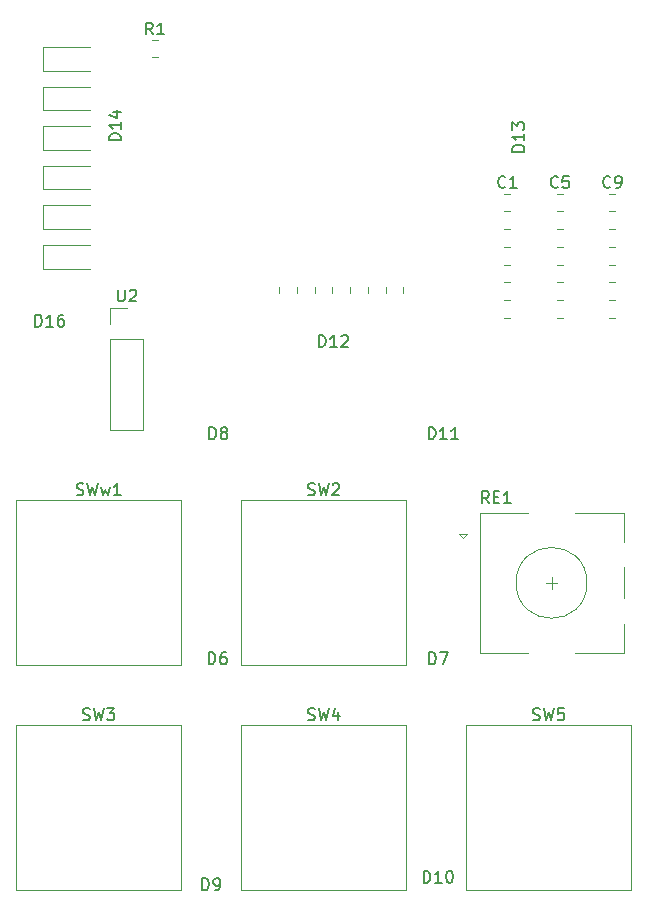
<source format=gbr>
%TF.GenerationSoftware,KiCad,Pcbnew,9.0.7*%
%TF.CreationDate,2026-01-22T22:05:33-06:00*%
%TF.ProjectId,HACK PAD!,4841434b-2050-4414-9421-2e6b69636164,rev?*%
%TF.SameCoordinates,Original*%
%TF.FileFunction,Legend,Top*%
%TF.FilePolarity,Positive*%
%FSLAX46Y46*%
G04 Gerber Fmt 4.6, Leading zero omitted, Abs format (unit mm)*
G04 Created by KiCad (PCBNEW 9.0.7) date 2026-01-22 22:05:33*
%MOMM*%
%LPD*%
G01*
G04 APERTURE LIST*
%ADD10C,0.200000*%
%ADD11C,0.150000*%
%ADD12C,0.120000*%
G04 APERTURE END LIST*
D10*
X39995919Y-38714285D02*
X38995919Y-38714285D01*
X38995919Y-38714285D02*
X38995919Y-38476190D01*
X38995919Y-38476190D02*
X39043538Y-38333333D01*
X39043538Y-38333333D02*
X39138776Y-38238095D01*
X39138776Y-38238095D02*
X39234014Y-38190476D01*
X39234014Y-38190476D02*
X39424490Y-38142857D01*
X39424490Y-38142857D02*
X39567347Y-38142857D01*
X39567347Y-38142857D02*
X39757823Y-38190476D01*
X39757823Y-38190476D02*
X39853061Y-38238095D01*
X39853061Y-38238095D02*
X39948300Y-38333333D01*
X39948300Y-38333333D02*
X39995919Y-38476190D01*
X39995919Y-38476190D02*
X39995919Y-38714285D01*
X39995919Y-37190476D02*
X39995919Y-37761904D01*
X39995919Y-37476190D02*
X38995919Y-37476190D01*
X38995919Y-37476190D02*
X39138776Y-37571428D01*
X39138776Y-37571428D02*
X39234014Y-37666666D01*
X39234014Y-37666666D02*
X39281633Y-37761904D01*
X39329252Y-36333333D02*
X39995919Y-36333333D01*
X38948300Y-36571428D02*
X39662585Y-36809523D01*
X39662585Y-36809523D02*
X39662585Y-36190476D01*
X47486905Y-64027219D02*
X47486905Y-63027219D01*
X47486905Y-63027219D02*
X47725000Y-63027219D01*
X47725000Y-63027219D02*
X47867857Y-63074838D01*
X47867857Y-63074838D02*
X47963095Y-63170076D01*
X47963095Y-63170076D02*
X48010714Y-63265314D01*
X48010714Y-63265314D02*
X48058333Y-63455790D01*
X48058333Y-63455790D02*
X48058333Y-63598647D01*
X48058333Y-63598647D02*
X48010714Y-63789123D01*
X48010714Y-63789123D02*
X47963095Y-63884361D01*
X47963095Y-63884361D02*
X47867857Y-63979600D01*
X47867857Y-63979600D02*
X47725000Y-64027219D01*
X47725000Y-64027219D02*
X47486905Y-64027219D01*
X48629762Y-63455790D02*
X48534524Y-63408171D01*
X48534524Y-63408171D02*
X48486905Y-63360552D01*
X48486905Y-63360552D02*
X48439286Y-63265314D01*
X48439286Y-63265314D02*
X48439286Y-63217695D01*
X48439286Y-63217695D02*
X48486905Y-63122457D01*
X48486905Y-63122457D02*
X48534524Y-63074838D01*
X48534524Y-63074838D02*
X48629762Y-63027219D01*
X48629762Y-63027219D02*
X48820238Y-63027219D01*
X48820238Y-63027219D02*
X48915476Y-63074838D01*
X48915476Y-63074838D02*
X48963095Y-63122457D01*
X48963095Y-63122457D02*
X49010714Y-63217695D01*
X49010714Y-63217695D02*
X49010714Y-63265314D01*
X49010714Y-63265314D02*
X48963095Y-63360552D01*
X48963095Y-63360552D02*
X48915476Y-63408171D01*
X48915476Y-63408171D02*
X48820238Y-63455790D01*
X48820238Y-63455790D02*
X48629762Y-63455790D01*
X48629762Y-63455790D02*
X48534524Y-63503409D01*
X48534524Y-63503409D02*
X48486905Y-63551028D01*
X48486905Y-63551028D02*
X48439286Y-63646266D01*
X48439286Y-63646266D02*
X48439286Y-63836742D01*
X48439286Y-63836742D02*
X48486905Y-63931980D01*
X48486905Y-63931980D02*
X48534524Y-63979600D01*
X48534524Y-63979600D02*
X48629762Y-64027219D01*
X48629762Y-64027219D02*
X48820238Y-64027219D01*
X48820238Y-64027219D02*
X48915476Y-63979600D01*
X48915476Y-63979600D02*
X48963095Y-63931980D01*
X48963095Y-63931980D02*
X49010714Y-63836742D01*
X49010714Y-63836742D02*
X49010714Y-63646266D01*
X49010714Y-63646266D02*
X48963095Y-63551028D01*
X48963095Y-63551028D02*
X48915476Y-63503409D01*
X48915476Y-63503409D02*
X48820238Y-63455790D01*
X66084205Y-83096019D02*
X66084205Y-82096019D01*
X66084205Y-82096019D02*
X66322300Y-82096019D01*
X66322300Y-82096019D02*
X66465157Y-82143638D01*
X66465157Y-82143638D02*
X66560395Y-82238876D01*
X66560395Y-82238876D02*
X66608014Y-82334114D01*
X66608014Y-82334114D02*
X66655633Y-82524590D01*
X66655633Y-82524590D02*
X66655633Y-82667447D01*
X66655633Y-82667447D02*
X66608014Y-82857923D01*
X66608014Y-82857923D02*
X66560395Y-82953161D01*
X66560395Y-82953161D02*
X66465157Y-83048400D01*
X66465157Y-83048400D02*
X66322300Y-83096019D01*
X66322300Y-83096019D02*
X66084205Y-83096019D01*
X66988967Y-82096019D02*
X67655633Y-82096019D01*
X67655633Y-82096019D02*
X67227062Y-83096019D01*
X46871905Y-102212219D02*
X46871905Y-101212219D01*
X46871905Y-101212219D02*
X47110000Y-101212219D01*
X47110000Y-101212219D02*
X47252857Y-101259838D01*
X47252857Y-101259838D02*
X47348095Y-101355076D01*
X47348095Y-101355076D02*
X47395714Y-101450314D01*
X47395714Y-101450314D02*
X47443333Y-101640790D01*
X47443333Y-101640790D02*
X47443333Y-101783647D01*
X47443333Y-101783647D02*
X47395714Y-101974123D01*
X47395714Y-101974123D02*
X47348095Y-102069361D01*
X47348095Y-102069361D02*
X47252857Y-102164600D01*
X47252857Y-102164600D02*
X47110000Y-102212219D01*
X47110000Y-102212219D02*
X46871905Y-102212219D01*
X47919524Y-102212219D02*
X48110000Y-102212219D01*
X48110000Y-102212219D02*
X48205238Y-102164600D01*
X48205238Y-102164600D02*
X48252857Y-102116980D01*
X48252857Y-102116980D02*
X48348095Y-101974123D01*
X48348095Y-101974123D02*
X48395714Y-101783647D01*
X48395714Y-101783647D02*
X48395714Y-101402695D01*
X48395714Y-101402695D02*
X48348095Y-101307457D01*
X48348095Y-101307457D02*
X48300476Y-101259838D01*
X48300476Y-101259838D02*
X48205238Y-101212219D01*
X48205238Y-101212219D02*
X48014762Y-101212219D01*
X48014762Y-101212219D02*
X47919524Y-101259838D01*
X47919524Y-101259838D02*
X47871905Y-101307457D01*
X47871905Y-101307457D02*
X47824286Y-101402695D01*
X47824286Y-101402695D02*
X47824286Y-101640790D01*
X47824286Y-101640790D02*
X47871905Y-101736028D01*
X47871905Y-101736028D02*
X47919524Y-101783647D01*
X47919524Y-101783647D02*
X48014762Y-101831266D01*
X48014762Y-101831266D02*
X48205238Y-101831266D01*
X48205238Y-101831266D02*
X48300476Y-101783647D01*
X48300476Y-101783647D02*
X48348095Y-101736028D01*
X48348095Y-101736028D02*
X48395714Y-101640790D01*
X47421905Y-83078419D02*
X47421905Y-82078419D01*
X47421905Y-82078419D02*
X47660000Y-82078419D01*
X47660000Y-82078419D02*
X47802857Y-82126038D01*
X47802857Y-82126038D02*
X47898095Y-82221276D01*
X47898095Y-82221276D02*
X47945714Y-82316514D01*
X47945714Y-82316514D02*
X47993333Y-82506990D01*
X47993333Y-82506990D02*
X47993333Y-82649847D01*
X47993333Y-82649847D02*
X47945714Y-82840323D01*
X47945714Y-82840323D02*
X47898095Y-82935561D01*
X47898095Y-82935561D02*
X47802857Y-83030800D01*
X47802857Y-83030800D02*
X47660000Y-83078419D01*
X47660000Y-83078419D02*
X47421905Y-83078419D01*
X48850476Y-82078419D02*
X48660000Y-82078419D01*
X48660000Y-82078419D02*
X48564762Y-82126038D01*
X48564762Y-82126038D02*
X48517143Y-82173657D01*
X48517143Y-82173657D02*
X48421905Y-82316514D01*
X48421905Y-82316514D02*
X48374286Y-82506990D01*
X48374286Y-82506990D02*
X48374286Y-82887942D01*
X48374286Y-82887942D02*
X48421905Y-82983180D01*
X48421905Y-82983180D02*
X48469524Y-83030800D01*
X48469524Y-83030800D02*
X48564762Y-83078419D01*
X48564762Y-83078419D02*
X48755238Y-83078419D01*
X48755238Y-83078419D02*
X48850476Y-83030800D01*
X48850476Y-83030800D02*
X48898095Y-82983180D01*
X48898095Y-82983180D02*
X48945714Y-82887942D01*
X48945714Y-82887942D02*
X48945714Y-82649847D01*
X48945714Y-82649847D02*
X48898095Y-82554609D01*
X48898095Y-82554609D02*
X48850476Y-82506990D01*
X48850476Y-82506990D02*
X48755238Y-82459371D01*
X48755238Y-82459371D02*
X48564762Y-82459371D01*
X48564762Y-82459371D02*
X48469524Y-82506990D01*
X48469524Y-82506990D02*
X48421905Y-82554609D01*
X48421905Y-82554609D02*
X48374286Y-82649847D01*
X65625714Y-101582219D02*
X65625714Y-100582219D01*
X65625714Y-100582219D02*
X65863809Y-100582219D01*
X65863809Y-100582219D02*
X66006666Y-100629838D01*
X66006666Y-100629838D02*
X66101904Y-100725076D01*
X66101904Y-100725076D02*
X66149523Y-100820314D01*
X66149523Y-100820314D02*
X66197142Y-101010790D01*
X66197142Y-101010790D02*
X66197142Y-101153647D01*
X66197142Y-101153647D02*
X66149523Y-101344123D01*
X66149523Y-101344123D02*
X66101904Y-101439361D01*
X66101904Y-101439361D02*
X66006666Y-101534600D01*
X66006666Y-101534600D02*
X65863809Y-101582219D01*
X65863809Y-101582219D02*
X65625714Y-101582219D01*
X67149523Y-101582219D02*
X66578095Y-101582219D01*
X66863809Y-101582219D02*
X66863809Y-100582219D01*
X66863809Y-100582219D02*
X66768571Y-100725076D01*
X66768571Y-100725076D02*
X66673333Y-100820314D01*
X66673333Y-100820314D02*
X66578095Y-100867933D01*
X67768571Y-100582219D02*
X67863809Y-100582219D01*
X67863809Y-100582219D02*
X67959047Y-100629838D01*
X67959047Y-100629838D02*
X68006666Y-100677457D01*
X68006666Y-100677457D02*
X68054285Y-100772695D01*
X68054285Y-100772695D02*
X68101904Y-100963171D01*
X68101904Y-100963171D02*
X68101904Y-101201266D01*
X68101904Y-101201266D02*
X68054285Y-101391742D01*
X68054285Y-101391742D02*
X68006666Y-101486980D01*
X68006666Y-101486980D02*
X67959047Y-101534600D01*
X67959047Y-101534600D02*
X67863809Y-101582219D01*
X67863809Y-101582219D02*
X67768571Y-101582219D01*
X67768571Y-101582219D02*
X67673333Y-101534600D01*
X67673333Y-101534600D02*
X67625714Y-101486980D01*
X67625714Y-101486980D02*
X67578095Y-101391742D01*
X67578095Y-101391742D02*
X67530476Y-101201266D01*
X67530476Y-101201266D02*
X67530476Y-100963171D01*
X67530476Y-100963171D02*
X67578095Y-100772695D01*
X67578095Y-100772695D02*
X67625714Y-100677457D01*
X67625714Y-100677457D02*
X67673333Y-100629838D01*
X67673333Y-100629838D02*
X67768571Y-100582219D01*
X66060714Y-64027219D02*
X66060714Y-63027219D01*
X66060714Y-63027219D02*
X66298809Y-63027219D01*
X66298809Y-63027219D02*
X66441666Y-63074838D01*
X66441666Y-63074838D02*
X66536904Y-63170076D01*
X66536904Y-63170076D02*
X66584523Y-63265314D01*
X66584523Y-63265314D02*
X66632142Y-63455790D01*
X66632142Y-63455790D02*
X66632142Y-63598647D01*
X66632142Y-63598647D02*
X66584523Y-63789123D01*
X66584523Y-63789123D02*
X66536904Y-63884361D01*
X66536904Y-63884361D02*
X66441666Y-63979600D01*
X66441666Y-63979600D02*
X66298809Y-64027219D01*
X66298809Y-64027219D02*
X66060714Y-64027219D01*
X67584523Y-64027219D02*
X67013095Y-64027219D01*
X67298809Y-64027219D02*
X67298809Y-63027219D01*
X67298809Y-63027219D02*
X67203571Y-63170076D01*
X67203571Y-63170076D02*
X67108333Y-63265314D01*
X67108333Y-63265314D02*
X67013095Y-63312933D01*
X68536904Y-64027219D02*
X67965476Y-64027219D01*
X68251190Y-64027219D02*
X68251190Y-63027219D01*
X68251190Y-63027219D02*
X68155952Y-63170076D01*
X68155952Y-63170076D02*
X68060714Y-63265314D01*
X68060714Y-63265314D02*
X67965476Y-63312933D01*
X56754414Y-56236319D02*
X56754414Y-55236319D01*
X56754414Y-55236319D02*
X56992509Y-55236319D01*
X56992509Y-55236319D02*
X57135366Y-55283938D01*
X57135366Y-55283938D02*
X57230604Y-55379176D01*
X57230604Y-55379176D02*
X57278223Y-55474414D01*
X57278223Y-55474414D02*
X57325842Y-55664890D01*
X57325842Y-55664890D02*
X57325842Y-55807747D01*
X57325842Y-55807747D02*
X57278223Y-55998223D01*
X57278223Y-55998223D02*
X57230604Y-56093461D01*
X57230604Y-56093461D02*
X57135366Y-56188700D01*
X57135366Y-56188700D02*
X56992509Y-56236319D01*
X56992509Y-56236319D02*
X56754414Y-56236319D01*
X58278223Y-56236319D02*
X57706795Y-56236319D01*
X57992509Y-56236319D02*
X57992509Y-55236319D01*
X57992509Y-55236319D02*
X57897271Y-55379176D01*
X57897271Y-55379176D02*
X57802033Y-55474414D01*
X57802033Y-55474414D02*
X57706795Y-55522033D01*
X58659176Y-55331557D02*
X58706795Y-55283938D01*
X58706795Y-55283938D02*
X58802033Y-55236319D01*
X58802033Y-55236319D02*
X59040128Y-55236319D01*
X59040128Y-55236319D02*
X59135366Y-55283938D01*
X59135366Y-55283938D02*
X59182985Y-55331557D01*
X59182985Y-55331557D02*
X59230604Y-55426795D01*
X59230604Y-55426795D02*
X59230604Y-55522033D01*
X59230604Y-55522033D02*
X59182985Y-55664890D01*
X59182985Y-55664890D02*
X58611557Y-56236319D01*
X58611557Y-56236319D02*
X59230604Y-56236319D01*
X74136919Y-39695485D02*
X73136919Y-39695485D01*
X73136919Y-39695485D02*
X73136919Y-39457390D01*
X73136919Y-39457390D02*
X73184538Y-39314533D01*
X73184538Y-39314533D02*
X73279776Y-39219295D01*
X73279776Y-39219295D02*
X73375014Y-39171676D01*
X73375014Y-39171676D02*
X73565490Y-39124057D01*
X73565490Y-39124057D02*
X73708347Y-39124057D01*
X73708347Y-39124057D02*
X73898823Y-39171676D01*
X73898823Y-39171676D02*
X73994061Y-39219295D01*
X73994061Y-39219295D02*
X74089300Y-39314533D01*
X74089300Y-39314533D02*
X74136919Y-39457390D01*
X74136919Y-39457390D02*
X74136919Y-39695485D01*
X74136919Y-38171676D02*
X74136919Y-38743104D01*
X74136919Y-38457390D02*
X73136919Y-38457390D01*
X73136919Y-38457390D02*
X73279776Y-38552628D01*
X73279776Y-38552628D02*
X73375014Y-38647866D01*
X73375014Y-38647866D02*
X73422633Y-38743104D01*
X73136919Y-37838342D02*
X73136919Y-37219295D01*
X73136919Y-37219295D02*
X73517871Y-37552628D01*
X73517871Y-37552628D02*
X73517871Y-37409771D01*
X73517871Y-37409771D02*
X73565490Y-37314533D01*
X73565490Y-37314533D02*
X73613109Y-37266914D01*
X73613109Y-37266914D02*
X73708347Y-37219295D01*
X73708347Y-37219295D02*
X73946442Y-37219295D01*
X73946442Y-37219295D02*
X74041680Y-37266914D01*
X74041680Y-37266914D02*
X74089300Y-37314533D01*
X74089300Y-37314533D02*
X74136919Y-37409771D01*
X74136919Y-37409771D02*
X74136919Y-37695485D01*
X74136919Y-37695485D02*
X74089300Y-37790723D01*
X74089300Y-37790723D02*
X74041680Y-37838342D01*
D11*
X39719395Y-51367319D02*
X39719395Y-52176842D01*
X39719395Y-52176842D02*
X39767014Y-52272080D01*
X39767014Y-52272080D02*
X39814633Y-52319700D01*
X39814633Y-52319700D02*
X39909871Y-52367319D01*
X39909871Y-52367319D02*
X40100347Y-52367319D01*
X40100347Y-52367319D02*
X40195585Y-52319700D01*
X40195585Y-52319700D02*
X40243204Y-52272080D01*
X40243204Y-52272080D02*
X40290823Y-52176842D01*
X40290823Y-52176842D02*
X40290823Y-51367319D01*
X40719395Y-51462557D02*
X40767014Y-51414938D01*
X40767014Y-51414938D02*
X40862252Y-51367319D01*
X40862252Y-51367319D02*
X41100347Y-51367319D01*
X41100347Y-51367319D02*
X41195585Y-51414938D01*
X41195585Y-51414938D02*
X41243204Y-51462557D01*
X41243204Y-51462557D02*
X41290823Y-51557795D01*
X41290823Y-51557795D02*
X41290823Y-51653033D01*
X41290823Y-51653033D02*
X41243204Y-51795890D01*
X41243204Y-51795890D02*
X40671776Y-52367319D01*
X40671776Y-52367319D02*
X41290823Y-52367319D01*
X76983333Y-42665780D02*
X76935714Y-42713400D01*
X76935714Y-42713400D02*
X76792857Y-42761019D01*
X76792857Y-42761019D02*
X76697619Y-42761019D01*
X76697619Y-42761019D02*
X76554762Y-42713400D01*
X76554762Y-42713400D02*
X76459524Y-42618161D01*
X76459524Y-42618161D02*
X76411905Y-42522923D01*
X76411905Y-42522923D02*
X76364286Y-42332447D01*
X76364286Y-42332447D02*
X76364286Y-42189590D01*
X76364286Y-42189590D02*
X76411905Y-41999114D01*
X76411905Y-41999114D02*
X76459524Y-41903876D01*
X76459524Y-41903876D02*
X76554762Y-41808638D01*
X76554762Y-41808638D02*
X76697619Y-41761019D01*
X76697619Y-41761019D02*
X76792857Y-41761019D01*
X76792857Y-41761019D02*
X76935714Y-41808638D01*
X76935714Y-41808638D02*
X76983333Y-41856257D01*
X77888095Y-41761019D02*
X77411905Y-41761019D01*
X77411905Y-41761019D02*
X77364286Y-42237209D01*
X77364286Y-42237209D02*
X77411905Y-42189590D01*
X77411905Y-42189590D02*
X77507143Y-42141971D01*
X77507143Y-42141971D02*
X77745238Y-42141971D01*
X77745238Y-42141971D02*
X77840476Y-42189590D01*
X77840476Y-42189590D02*
X77888095Y-42237209D01*
X77888095Y-42237209D02*
X77935714Y-42332447D01*
X77935714Y-42332447D02*
X77935714Y-42570542D01*
X77935714Y-42570542D02*
X77888095Y-42665780D01*
X77888095Y-42665780D02*
X77840476Y-42713400D01*
X77840476Y-42713400D02*
X77745238Y-42761019D01*
X77745238Y-42761019D02*
X77507143Y-42761019D01*
X77507143Y-42761019D02*
X77411905Y-42713400D01*
X77411905Y-42713400D02*
X77364286Y-42665780D01*
X71130952Y-69454819D02*
X70797619Y-68978628D01*
X70559524Y-69454819D02*
X70559524Y-68454819D01*
X70559524Y-68454819D02*
X70940476Y-68454819D01*
X70940476Y-68454819D02*
X71035714Y-68502438D01*
X71035714Y-68502438D02*
X71083333Y-68550057D01*
X71083333Y-68550057D02*
X71130952Y-68645295D01*
X71130952Y-68645295D02*
X71130952Y-68788152D01*
X71130952Y-68788152D02*
X71083333Y-68883390D01*
X71083333Y-68883390D02*
X71035714Y-68931009D01*
X71035714Y-68931009D02*
X70940476Y-68978628D01*
X70940476Y-68978628D02*
X70559524Y-68978628D01*
X71559524Y-68931009D02*
X71892857Y-68931009D01*
X72035714Y-69454819D02*
X71559524Y-69454819D01*
X71559524Y-69454819D02*
X71559524Y-68454819D01*
X71559524Y-68454819D02*
X72035714Y-68454819D01*
X72988095Y-69454819D02*
X72416667Y-69454819D01*
X72702381Y-69454819D02*
X72702381Y-68454819D01*
X72702381Y-68454819D02*
X72607143Y-68597676D01*
X72607143Y-68597676D02*
X72511905Y-68692914D01*
X72511905Y-68692914D02*
X72416667Y-68740533D01*
X72533333Y-42665780D02*
X72485714Y-42713400D01*
X72485714Y-42713400D02*
X72342857Y-42761019D01*
X72342857Y-42761019D02*
X72247619Y-42761019D01*
X72247619Y-42761019D02*
X72104762Y-42713400D01*
X72104762Y-42713400D02*
X72009524Y-42618161D01*
X72009524Y-42618161D02*
X71961905Y-42522923D01*
X71961905Y-42522923D02*
X71914286Y-42332447D01*
X71914286Y-42332447D02*
X71914286Y-42189590D01*
X71914286Y-42189590D02*
X71961905Y-41999114D01*
X71961905Y-41999114D02*
X72009524Y-41903876D01*
X72009524Y-41903876D02*
X72104762Y-41808638D01*
X72104762Y-41808638D02*
X72247619Y-41761019D01*
X72247619Y-41761019D02*
X72342857Y-41761019D01*
X72342857Y-41761019D02*
X72485714Y-41808638D01*
X72485714Y-41808638D02*
X72533333Y-41856257D01*
X73485714Y-42761019D02*
X72914286Y-42761019D01*
X73200000Y-42761019D02*
X73200000Y-41761019D01*
X73200000Y-41761019D02*
X73104762Y-41903876D01*
X73104762Y-41903876D02*
X73009524Y-41999114D01*
X73009524Y-41999114D02*
X72914286Y-42046733D01*
X42695833Y-29761019D02*
X42362500Y-29284828D01*
X42124405Y-29761019D02*
X42124405Y-28761019D01*
X42124405Y-28761019D02*
X42505357Y-28761019D01*
X42505357Y-28761019D02*
X42600595Y-28808638D01*
X42600595Y-28808638D02*
X42648214Y-28856257D01*
X42648214Y-28856257D02*
X42695833Y-28951495D01*
X42695833Y-28951495D02*
X42695833Y-29094352D01*
X42695833Y-29094352D02*
X42648214Y-29189590D01*
X42648214Y-29189590D02*
X42600595Y-29237209D01*
X42600595Y-29237209D02*
X42505357Y-29284828D01*
X42505357Y-29284828D02*
X42124405Y-29284828D01*
X43648214Y-29761019D02*
X43076786Y-29761019D01*
X43362500Y-29761019D02*
X43362500Y-28761019D01*
X43362500Y-28761019D02*
X43267262Y-28903876D01*
X43267262Y-28903876D02*
X43172024Y-28999114D01*
X43172024Y-28999114D02*
X43076786Y-29046733D01*
X55816667Y-68733200D02*
X55959524Y-68780819D01*
X55959524Y-68780819D02*
X56197619Y-68780819D01*
X56197619Y-68780819D02*
X56292857Y-68733200D01*
X56292857Y-68733200D02*
X56340476Y-68685580D01*
X56340476Y-68685580D02*
X56388095Y-68590342D01*
X56388095Y-68590342D02*
X56388095Y-68495104D01*
X56388095Y-68495104D02*
X56340476Y-68399866D01*
X56340476Y-68399866D02*
X56292857Y-68352247D01*
X56292857Y-68352247D02*
X56197619Y-68304628D01*
X56197619Y-68304628D02*
X56007143Y-68257009D01*
X56007143Y-68257009D02*
X55911905Y-68209390D01*
X55911905Y-68209390D02*
X55864286Y-68161771D01*
X55864286Y-68161771D02*
X55816667Y-68066533D01*
X55816667Y-68066533D02*
X55816667Y-67971295D01*
X55816667Y-67971295D02*
X55864286Y-67876057D01*
X55864286Y-67876057D02*
X55911905Y-67828438D01*
X55911905Y-67828438D02*
X56007143Y-67780819D01*
X56007143Y-67780819D02*
X56245238Y-67780819D01*
X56245238Y-67780819D02*
X56388095Y-67828438D01*
X56721429Y-67780819D02*
X56959524Y-68780819D01*
X56959524Y-68780819D02*
X57150000Y-68066533D01*
X57150000Y-68066533D02*
X57340476Y-68780819D01*
X57340476Y-68780819D02*
X57578572Y-67780819D01*
X57911905Y-67876057D02*
X57959524Y-67828438D01*
X57959524Y-67828438D02*
X58054762Y-67780819D01*
X58054762Y-67780819D02*
X58292857Y-67780819D01*
X58292857Y-67780819D02*
X58388095Y-67828438D01*
X58388095Y-67828438D02*
X58435714Y-67876057D01*
X58435714Y-67876057D02*
X58483333Y-67971295D01*
X58483333Y-67971295D02*
X58483333Y-68066533D01*
X58483333Y-68066533D02*
X58435714Y-68209390D01*
X58435714Y-68209390D02*
X57864286Y-68780819D01*
X57864286Y-68780819D02*
X58483333Y-68780819D01*
X36766667Y-87783200D02*
X36909524Y-87830819D01*
X36909524Y-87830819D02*
X37147619Y-87830819D01*
X37147619Y-87830819D02*
X37242857Y-87783200D01*
X37242857Y-87783200D02*
X37290476Y-87735580D01*
X37290476Y-87735580D02*
X37338095Y-87640342D01*
X37338095Y-87640342D02*
X37338095Y-87545104D01*
X37338095Y-87545104D02*
X37290476Y-87449866D01*
X37290476Y-87449866D02*
X37242857Y-87402247D01*
X37242857Y-87402247D02*
X37147619Y-87354628D01*
X37147619Y-87354628D02*
X36957143Y-87307009D01*
X36957143Y-87307009D02*
X36861905Y-87259390D01*
X36861905Y-87259390D02*
X36814286Y-87211771D01*
X36814286Y-87211771D02*
X36766667Y-87116533D01*
X36766667Y-87116533D02*
X36766667Y-87021295D01*
X36766667Y-87021295D02*
X36814286Y-86926057D01*
X36814286Y-86926057D02*
X36861905Y-86878438D01*
X36861905Y-86878438D02*
X36957143Y-86830819D01*
X36957143Y-86830819D02*
X37195238Y-86830819D01*
X37195238Y-86830819D02*
X37338095Y-86878438D01*
X37671429Y-86830819D02*
X37909524Y-87830819D01*
X37909524Y-87830819D02*
X38100000Y-87116533D01*
X38100000Y-87116533D02*
X38290476Y-87830819D01*
X38290476Y-87830819D02*
X38528572Y-86830819D01*
X38814286Y-86830819D02*
X39433333Y-86830819D01*
X39433333Y-86830819D02*
X39100000Y-87211771D01*
X39100000Y-87211771D02*
X39242857Y-87211771D01*
X39242857Y-87211771D02*
X39338095Y-87259390D01*
X39338095Y-87259390D02*
X39385714Y-87307009D01*
X39385714Y-87307009D02*
X39433333Y-87402247D01*
X39433333Y-87402247D02*
X39433333Y-87640342D01*
X39433333Y-87640342D02*
X39385714Y-87735580D01*
X39385714Y-87735580D02*
X39338095Y-87783200D01*
X39338095Y-87783200D02*
X39242857Y-87830819D01*
X39242857Y-87830819D02*
X38957143Y-87830819D01*
X38957143Y-87830819D02*
X38861905Y-87783200D01*
X38861905Y-87783200D02*
X38814286Y-87735580D01*
X74866667Y-87783200D02*
X75009524Y-87830819D01*
X75009524Y-87830819D02*
X75247619Y-87830819D01*
X75247619Y-87830819D02*
X75342857Y-87783200D01*
X75342857Y-87783200D02*
X75390476Y-87735580D01*
X75390476Y-87735580D02*
X75438095Y-87640342D01*
X75438095Y-87640342D02*
X75438095Y-87545104D01*
X75438095Y-87545104D02*
X75390476Y-87449866D01*
X75390476Y-87449866D02*
X75342857Y-87402247D01*
X75342857Y-87402247D02*
X75247619Y-87354628D01*
X75247619Y-87354628D02*
X75057143Y-87307009D01*
X75057143Y-87307009D02*
X74961905Y-87259390D01*
X74961905Y-87259390D02*
X74914286Y-87211771D01*
X74914286Y-87211771D02*
X74866667Y-87116533D01*
X74866667Y-87116533D02*
X74866667Y-87021295D01*
X74866667Y-87021295D02*
X74914286Y-86926057D01*
X74914286Y-86926057D02*
X74961905Y-86878438D01*
X74961905Y-86878438D02*
X75057143Y-86830819D01*
X75057143Y-86830819D02*
X75295238Y-86830819D01*
X75295238Y-86830819D02*
X75438095Y-86878438D01*
X75771429Y-86830819D02*
X76009524Y-87830819D01*
X76009524Y-87830819D02*
X76200000Y-87116533D01*
X76200000Y-87116533D02*
X76390476Y-87830819D01*
X76390476Y-87830819D02*
X76628572Y-86830819D01*
X77485714Y-86830819D02*
X77009524Y-86830819D01*
X77009524Y-86830819D02*
X76961905Y-87307009D01*
X76961905Y-87307009D02*
X77009524Y-87259390D01*
X77009524Y-87259390D02*
X77104762Y-87211771D01*
X77104762Y-87211771D02*
X77342857Y-87211771D01*
X77342857Y-87211771D02*
X77438095Y-87259390D01*
X77438095Y-87259390D02*
X77485714Y-87307009D01*
X77485714Y-87307009D02*
X77533333Y-87402247D01*
X77533333Y-87402247D02*
X77533333Y-87640342D01*
X77533333Y-87640342D02*
X77485714Y-87735580D01*
X77485714Y-87735580D02*
X77438095Y-87783200D01*
X77438095Y-87783200D02*
X77342857Y-87830819D01*
X77342857Y-87830819D02*
X77104762Y-87830819D01*
X77104762Y-87830819D02*
X77009524Y-87783200D01*
X77009524Y-87783200D02*
X76961905Y-87735580D01*
X55816667Y-87783200D02*
X55959524Y-87830819D01*
X55959524Y-87830819D02*
X56197619Y-87830819D01*
X56197619Y-87830819D02*
X56292857Y-87783200D01*
X56292857Y-87783200D02*
X56340476Y-87735580D01*
X56340476Y-87735580D02*
X56388095Y-87640342D01*
X56388095Y-87640342D02*
X56388095Y-87545104D01*
X56388095Y-87545104D02*
X56340476Y-87449866D01*
X56340476Y-87449866D02*
X56292857Y-87402247D01*
X56292857Y-87402247D02*
X56197619Y-87354628D01*
X56197619Y-87354628D02*
X56007143Y-87307009D01*
X56007143Y-87307009D02*
X55911905Y-87259390D01*
X55911905Y-87259390D02*
X55864286Y-87211771D01*
X55864286Y-87211771D02*
X55816667Y-87116533D01*
X55816667Y-87116533D02*
X55816667Y-87021295D01*
X55816667Y-87021295D02*
X55864286Y-86926057D01*
X55864286Y-86926057D02*
X55911905Y-86878438D01*
X55911905Y-86878438D02*
X56007143Y-86830819D01*
X56007143Y-86830819D02*
X56245238Y-86830819D01*
X56245238Y-86830819D02*
X56388095Y-86878438D01*
X56721429Y-86830819D02*
X56959524Y-87830819D01*
X56959524Y-87830819D02*
X57150000Y-87116533D01*
X57150000Y-87116533D02*
X57340476Y-87830819D01*
X57340476Y-87830819D02*
X57578572Y-86830819D01*
X58388095Y-87164152D02*
X58388095Y-87830819D01*
X58150000Y-86783200D02*
X57911905Y-87497485D01*
X57911905Y-87497485D02*
X58530952Y-87497485D01*
X81433333Y-42665780D02*
X81385714Y-42713400D01*
X81385714Y-42713400D02*
X81242857Y-42761019D01*
X81242857Y-42761019D02*
X81147619Y-42761019D01*
X81147619Y-42761019D02*
X81004762Y-42713400D01*
X81004762Y-42713400D02*
X80909524Y-42618161D01*
X80909524Y-42618161D02*
X80861905Y-42522923D01*
X80861905Y-42522923D02*
X80814286Y-42332447D01*
X80814286Y-42332447D02*
X80814286Y-42189590D01*
X80814286Y-42189590D02*
X80861905Y-41999114D01*
X80861905Y-41999114D02*
X80909524Y-41903876D01*
X80909524Y-41903876D02*
X81004762Y-41808638D01*
X81004762Y-41808638D02*
X81147619Y-41761019D01*
X81147619Y-41761019D02*
X81242857Y-41761019D01*
X81242857Y-41761019D02*
X81385714Y-41808638D01*
X81385714Y-41808638D02*
X81433333Y-41856257D01*
X81909524Y-42761019D02*
X82100000Y-42761019D01*
X82100000Y-42761019D02*
X82195238Y-42713400D01*
X82195238Y-42713400D02*
X82242857Y-42665780D01*
X82242857Y-42665780D02*
X82338095Y-42522923D01*
X82338095Y-42522923D02*
X82385714Y-42332447D01*
X82385714Y-42332447D02*
X82385714Y-41951495D01*
X82385714Y-41951495D02*
X82338095Y-41856257D01*
X82338095Y-41856257D02*
X82290476Y-41808638D01*
X82290476Y-41808638D02*
X82195238Y-41761019D01*
X82195238Y-41761019D02*
X82004762Y-41761019D01*
X82004762Y-41761019D02*
X81909524Y-41808638D01*
X81909524Y-41808638D02*
X81861905Y-41856257D01*
X81861905Y-41856257D02*
X81814286Y-41951495D01*
X81814286Y-41951495D02*
X81814286Y-42189590D01*
X81814286Y-42189590D02*
X81861905Y-42284828D01*
X81861905Y-42284828D02*
X81909524Y-42332447D01*
X81909524Y-42332447D02*
X82004762Y-42380066D01*
X82004762Y-42380066D02*
X82195238Y-42380066D01*
X82195238Y-42380066D02*
X82290476Y-42332447D01*
X82290476Y-42332447D02*
X82338095Y-42284828D01*
X82338095Y-42284828D02*
X82385714Y-42189590D01*
X36242857Y-68733200D02*
X36385714Y-68780819D01*
X36385714Y-68780819D02*
X36623809Y-68780819D01*
X36623809Y-68780819D02*
X36719047Y-68733200D01*
X36719047Y-68733200D02*
X36766666Y-68685580D01*
X36766666Y-68685580D02*
X36814285Y-68590342D01*
X36814285Y-68590342D02*
X36814285Y-68495104D01*
X36814285Y-68495104D02*
X36766666Y-68399866D01*
X36766666Y-68399866D02*
X36719047Y-68352247D01*
X36719047Y-68352247D02*
X36623809Y-68304628D01*
X36623809Y-68304628D02*
X36433333Y-68257009D01*
X36433333Y-68257009D02*
X36338095Y-68209390D01*
X36338095Y-68209390D02*
X36290476Y-68161771D01*
X36290476Y-68161771D02*
X36242857Y-68066533D01*
X36242857Y-68066533D02*
X36242857Y-67971295D01*
X36242857Y-67971295D02*
X36290476Y-67876057D01*
X36290476Y-67876057D02*
X36338095Y-67828438D01*
X36338095Y-67828438D02*
X36433333Y-67780819D01*
X36433333Y-67780819D02*
X36671428Y-67780819D01*
X36671428Y-67780819D02*
X36814285Y-67828438D01*
X37147619Y-67780819D02*
X37385714Y-68780819D01*
X37385714Y-68780819D02*
X37576190Y-68066533D01*
X37576190Y-68066533D02*
X37766666Y-68780819D01*
X37766666Y-68780819D02*
X38004762Y-67780819D01*
X38290476Y-68114152D02*
X38480952Y-68780819D01*
X38480952Y-68780819D02*
X38671428Y-68304628D01*
X38671428Y-68304628D02*
X38861904Y-68780819D01*
X38861904Y-68780819D02*
X39052380Y-68114152D01*
X39957142Y-68780819D02*
X39385714Y-68780819D01*
X39671428Y-68780819D02*
X39671428Y-67780819D01*
X39671428Y-67780819D02*
X39576190Y-67923676D01*
X39576190Y-67923676D02*
X39480952Y-68018914D01*
X39480952Y-68018914D02*
X39385714Y-68066533D01*
D10*
X32723214Y-54502219D02*
X32723214Y-53502219D01*
X32723214Y-53502219D02*
X32961309Y-53502219D01*
X32961309Y-53502219D02*
X33104166Y-53549838D01*
X33104166Y-53549838D02*
X33199404Y-53645076D01*
X33199404Y-53645076D02*
X33247023Y-53740314D01*
X33247023Y-53740314D02*
X33294642Y-53930790D01*
X33294642Y-53930790D02*
X33294642Y-54073647D01*
X33294642Y-54073647D02*
X33247023Y-54264123D01*
X33247023Y-54264123D02*
X33199404Y-54359361D01*
X33199404Y-54359361D02*
X33104166Y-54454600D01*
X33104166Y-54454600D02*
X32961309Y-54502219D01*
X32961309Y-54502219D02*
X32723214Y-54502219D01*
X34247023Y-54502219D02*
X33675595Y-54502219D01*
X33961309Y-54502219D02*
X33961309Y-53502219D01*
X33961309Y-53502219D02*
X33866071Y-53645076D01*
X33866071Y-53645076D02*
X33770833Y-53740314D01*
X33770833Y-53740314D02*
X33675595Y-53787933D01*
X35104166Y-53502219D02*
X34913690Y-53502219D01*
X34913690Y-53502219D02*
X34818452Y-53549838D01*
X34818452Y-53549838D02*
X34770833Y-53597457D01*
X34770833Y-53597457D02*
X34675595Y-53740314D01*
X34675595Y-53740314D02*
X34627976Y-53930790D01*
X34627976Y-53930790D02*
X34627976Y-54311742D01*
X34627976Y-54311742D02*
X34675595Y-54406980D01*
X34675595Y-54406980D02*
X34723214Y-54454600D01*
X34723214Y-54454600D02*
X34818452Y-54502219D01*
X34818452Y-54502219D02*
X35008928Y-54502219D01*
X35008928Y-54502219D02*
X35104166Y-54454600D01*
X35104166Y-54454600D02*
X35151785Y-54406980D01*
X35151785Y-54406980D02*
X35199404Y-54311742D01*
X35199404Y-54311742D02*
X35199404Y-54073647D01*
X35199404Y-54073647D02*
X35151785Y-53978409D01*
X35151785Y-53978409D02*
X35104166Y-53930790D01*
X35104166Y-53930790D02*
X35008928Y-53883171D01*
X35008928Y-53883171D02*
X34818452Y-53883171D01*
X34818452Y-53883171D02*
X34723214Y-53930790D01*
X34723214Y-53930790D02*
X34675595Y-53978409D01*
X34675595Y-53978409D02*
X34627976Y-54073647D01*
D12*
%TO.C,D3*%
X33358800Y-39543700D02*
X37368800Y-39543700D01*
X33358800Y-37543700D02*
X37368800Y-37543700D01*
X33358800Y-37543700D02*
X33358800Y-39543700D01*
%TO.C,U2*%
X39101300Y-52912500D02*
X40481300Y-52912500D01*
X39101300Y-54292500D02*
X39101300Y-52912500D01*
X39101300Y-55562500D02*
X39101300Y-63292500D01*
X39101300Y-55562500D02*
X41861300Y-55562500D01*
X39101300Y-63292500D02*
X41861300Y-63292500D01*
X41861300Y-55562500D02*
X41861300Y-63292500D01*
%TO.C,C7*%
X76888748Y-49271200D02*
X77411252Y-49271200D01*
X76888748Y-50741200D02*
X77411252Y-50741200D01*
%TO.C,C5*%
X76888748Y-43251200D02*
X77411252Y-43251200D01*
X76888748Y-44721200D02*
X77411252Y-44721200D01*
%TO.C,C6*%
X76888748Y-46261200D02*
X77411252Y-46261200D01*
X76888748Y-47731200D02*
X77411252Y-47731200D01*
%TO.C,C11*%
X81338748Y-49271200D02*
X81861252Y-49271200D01*
X81338748Y-50741200D02*
X81861252Y-50741200D01*
%TO.C,RE1*%
X68650000Y-72100000D02*
X69250000Y-72100000D01*
X68950000Y-72400000D02*
X68650000Y-72100000D01*
X69250000Y-72100000D02*
X68950000Y-72400000D01*
X70350000Y-70300000D02*
X70350000Y-82100000D01*
X74450000Y-70300000D02*
X70350000Y-70300000D01*
X74450000Y-82100000D02*
X70350000Y-82100000D01*
X75950000Y-76200000D02*
X76950000Y-76200000D01*
X76450000Y-75700000D02*
X76450000Y-76700000D01*
X78450000Y-70300000D02*
X82550000Y-70300000D01*
X82550000Y-70300000D02*
X82550000Y-72700000D01*
X82550000Y-74900000D02*
X82550000Y-77500000D01*
X82550000Y-79700000D02*
X82550000Y-82100000D01*
X82550000Y-82100000D02*
X78450000Y-82100000D01*
X79450000Y-76200000D02*
G75*
G02*
X73450000Y-76200000I-3000000J0D01*
G01*
X73450000Y-76200000D02*
G75*
G02*
X79450000Y-76200000I3000000J0D01*
G01*
%TO.C,C1*%
X72438748Y-43251200D02*
X72961252Y-43251200D01*
X72438748Y-44721200D02*
X72961252Y-44721200D01*
%TO.C,D17*%
X33358800Y-47593700D02*
X33358800Y-49593700D01*
X33358800Y-47593700D02*
X37368800Y-47593700D01*
X33358800Y-49593700D02*
X37368800Y-49593700D01*
%TO.C,R1*%
X42635436Y-30221200D02*
X43089564Y-30221200D01*
X42635436Y-31691200D02*
X43089564Y-31691200D01*
%TO.C,SW2*%
X50165000Y-69215000D02*
X64135000Y-69215000D01*
X50165000Y-83185000D02*
X50165000Y-69215000D01*
X64135000Y-69215000D02*
X64135000Y-83185000D01*
X64135000Y-83185000D02*
X50165000Y-83185000D01*
%TO.C,SW3*%
X31115000Y-88265000D02*
X45085000Y-88265000D01*
X31115000Y-102235000D02*
X31115000Y-88265000D01*
X45085000Y-88265000D02*
X45085000Y-102235000D01*
X45085000Y-102235000D02*
X31115000Y-102235000D01*
%TO.C,C8*%
X76888748Y-52281200D02*
X77411252Y-52281200D01*
X76888748Y-53751200D02*
X77411252Y-53751200D01*
%TO.C,C16*%
X62435000Y-51698752D02*
X62435000Y-51176248D01*
X63905000Y-51698752D02*
X63905000Y-51176248D01*
%TO.C,C4*%
X72438748Y-52281200D02*
X72961252Y-52281200D01*
X72438748Y-53751200D02*
X72961252Y-53751200D01*
%TO.C,C10*%
X81338748Y-46261200D02*
X81861252Y-46261200D01*
X81338748Y-47731200D02*
X81861252Y-47731200D01*
%TO.C,C15*%
X59425000Y-51698752D02*
X59425000Y-51176248D01*
X60895000Y-51698752D02*
X60895000Y-51176248D01*
%TO.C,SW5*%
X69215000Y-88265000D02*
X83185000Y-88265000D01*
X69215000Y-102235000D02*
X69215000Y-88265000D01*
X83185000Y-88265000D02*
X83185000Y-102235000D01*
X83185000Y-102235000D02*
X69215000Y-102235000D01*
%TO.C,SW4*%
X50165000Y-88265000D02*
X64135000Y-88265000D01*
X50165000Y-102235000D02*
X50165000Y-88265000D01*
X64135000Y-88265000D02*
X64135000Y-102235000D01*
X64135000Y-102235000D02*
X50165000Y-102235000D01*
%TO.C,C9*%
X81338748Y-43251200D02*
X81861252Y-43251200D01*
X81338748Y-44721200D02*
X81861252Y-44721200D01*
%TO.C,C3*%
X72438748Y-49271200D02*
X72961252Y-49271200D01*
X72438748Y-50741200D02*
X72961252Y-50741200D01*
%TO.C,SWw1*%
X31115000Y-69215000D02*
X45085000Y-69215000D01*
X31115000Y-83185000D02*
X31115000Y-69215000D01*
X45085000Y-69215000D02*
X45085000Y-83185000D01*
X45085000Y-83185000D02*
X31115000Y-83185000D01*
%TO.C,C12*%
X81338748Y-52281200D02*
X81861252Y-52281200D01*
X81338748Y-53751200D02*
X81861252Y-53751200D01*
%TO.C,D4*%
X33358800Y-40893700D02*
X33358800Y-42893700D01*
X33358800Y-40893700D02*
X37368800Y-40893700D01*
X33358800Y-42893700D02*
X37368800Y-42893700D01*
%TO.C,D5*%
X33358800Y-44243700D02*
X33358800Y-46243700D01*
X33358800Y-44243700D02*
X37368800Y-44243700D01*
X33358800Y-46243700D02*
X37368800Y-46243700D01*
%TO.C,D2*%
X33358800Y-34193700D02*
X33358800Y-36193700D01*
X33358800Y-34193700D02*
X37368800Y-34193700D01*
X33358800Y-36193700D02*
X37368800Y-36193700D01*
%TO.C,C14*%
X56415000Y-51698752D02*
X56415000Y-51176248D01*
X57885000Y-51698752D02*
X57885000Y-51176248D01*
%TO.C,D1*%
X33358800Y-30843700D02*
X33358800Y-32843700D01*
X33358800Y-30843700D02*
X37368800Y-30843700D01*
X33358800Y-32843700D02*
X37368800Y-32843700D01*
%TO.C,C2*%
X72438748Y-46261200D02*
X72961252Y-46261200D01*
X72438748Y-47731200D02*
X72961252Y-47731200D01*
%TO.C,C13*%
X53405000Y-51698752D02*
X53405000Y-51176248D01*
X54875000Y-51698752D02*
X54875000Y-51176248D01*
%TD*%
M02*

</source>
